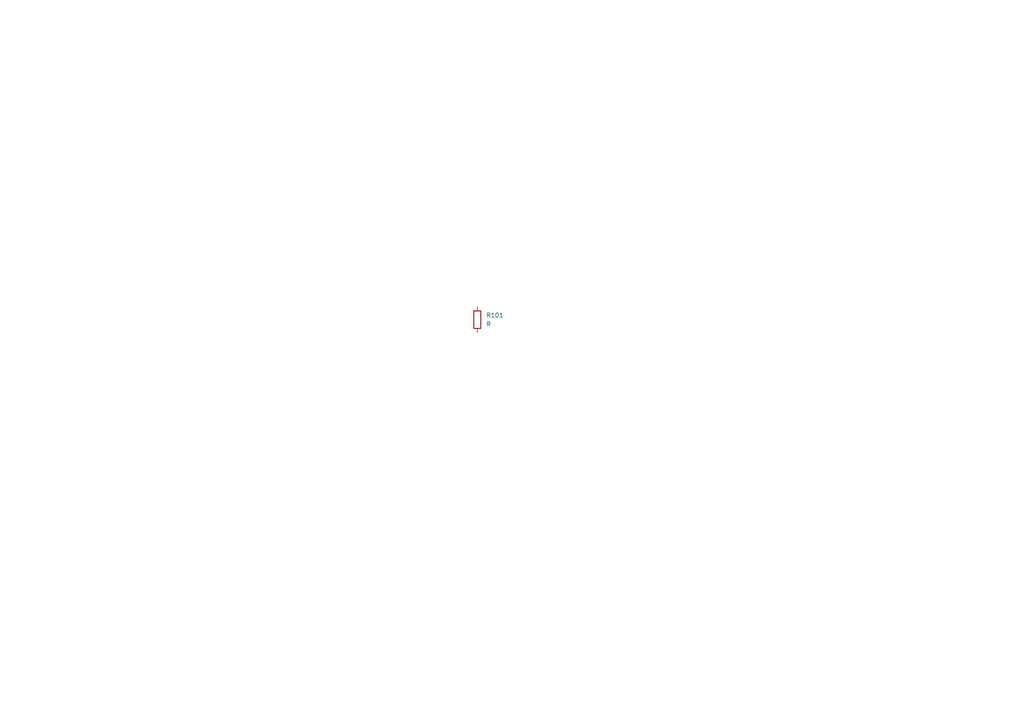
<source format=kicad_sch>
(kicad_sch (version 20231120) (generator "eeschema") (generator_version "8.0")
  (paper "A4")
  (lib_symbols
    (symbol "Device:R" (pin_numbers hide) (pin_names (offset 0))
      (property "Reference" "R" (at 2.032 0 90))
      (property "Value" "R" (at 0 0 90))
      (symbol "R_0_1"
        (rectangle (start -1.016 -2.54) (end 1.016 2.54) (stroke (width 0.254)))
      )
      (symbol "R_1_1"
        (pin passive line (at 0 3.81 270) (length 1.27) (name "~") (number "1"))
        (pin passive line (at 0 -3.81 90) (length 1.27) (name "~") (number "2"))
      )
    )
  )
  (symbol (lib_id "Device:R") (at 138.43 92.71 0) (unit 1)
    (property "Reference" "R101" (at 140.97 91.4399 0) (effects (justify left)))
    (property "Value" "R" (at 140.97 93.9799 0) (effects (justify left)))
    (property "Description" "Resistor" (effects (hide yes)))
  )
)
</source>
